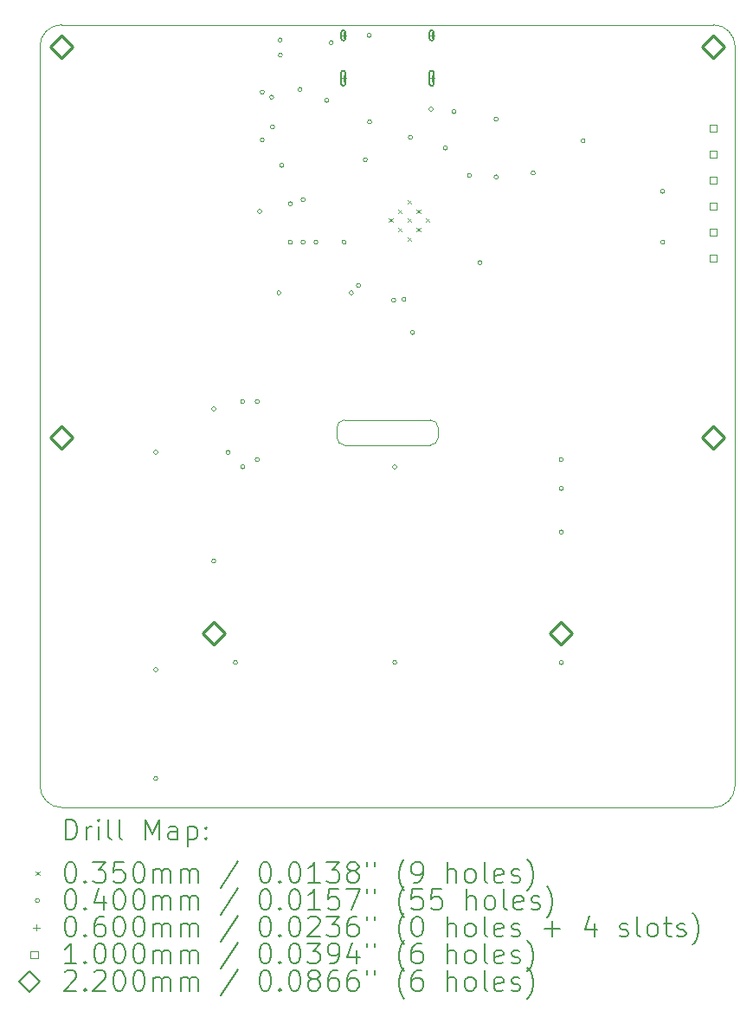
<source format=gbr>
%FSLAX45Y45*%
G04 Gerber Fmt 4.5, Leading zero omitted, Abs format (unit mm)*
G04 Created by KiCad (PCBNEW (6.0.4-0)) date 2023-04-02 18:55:56*
%MOMM*%
%LPD*%
G01*
G04 APERTURE LIST*
%TA.AperFunction,Profile*%
%ADD10C,0.100000*%
%TD*%
%ADD11C,0.200000*%
%ADD12C,0.035000*%
%ADD13C,0.040000*%
%ADD14C,0.060000*%
%ADD15C,0.100000*%
%ADD16C,0.220000*%
G04 APERTURE END LIST*
D10*
X1274999Y-8712496D02*
G75*
G03*
X1487499Y-8924996I212500J0D01*
G01*
X7862496Y-8924996D02*
G75*
G03*
X8074996Y-8712496I0J212500D01*
G01*
X8074996Y-1487499D02*
G75*
G03*
X7862496Y-1274999I-212500J0D01*
G01*
X1487499Y-1274999D02*
G75*
G03*
X1274999Y-1487499I0J-212500D01*
G01*
X8074996Y-8712496D02*
X8074996Y-1487499D01*
X4179165Y-5308331D02*
G75*
G03*
X4254165Y-5383331I75000J0D01*
G01*
X1487499Y-1274999D02*
X7862496Y-1274999D01*
X1487499Y-8924996D02*
X7862496Y-8924996D01*
X5095831Y-5383331D02*
G75*
G03*
X5170831Y-5308331I0J75000D01*
G01*
X5170831Y-5212500D02*
G75*
G03*
X5095831Y-5137500I-75000J0D01*
G01*
X4179165Y-5308331D02*
X4179165Y-5212500D01*
X4254165Y-5137500D02*
X5095831Y-5137500D01*
X1274999Y-1487499D02*
X1274999Y-8712496D01*
X4254165Y-5137500D02*
G75*
G03*
X4179165Y-5212500I0J-75000D01*
G01*
X5095831Y-5383331D02*
X4254165Y-5383331D01*
X5170831Y-5308331D02*
X5170831Y-5212500D01*
D11*
D12*
X4689686Y-3169998D02*
X4724686Y-3204998D01*
X4724686Y-3169998D02*
X4689686Y-3204998D01*
X4779842Y-3079842D02*
X4814842Y-3114842D01*
X4814842Y-3079842D02*
X4779842Y-3114842D01*
X4779842Y-3260155D02*
X4814842Y-3295155D01*
X4814842Y-3260155D02*
X4779842Y-3295155D01*
X4869998Y-2989686D02*
X4904998Y-3024686D01*
X4904998Y-2989686D02*
X4869998Y-3024686D01*
X4869998Y-3169998D02*
X4904998Y-3204998D01*
X4904998Y-3169998D02*
X4869998Y-3204998D01*
X4869998Y-3350311D02*
X4904998Y-3385311D01*
X4904998Y-3350311D02*
X4869998Y-3385311D01*
X4960154Y-3079842D02*
X4995154Y-3114842D01*
X4995154Y-3079842D02*
X4960154Y-3114842D01*
X4960154Y-3260155D02*
X4995154Y-3295155D01*
X4995154Y-3260155D02*
X4960154Y-3295155D01*
X5050310Y-3169998D02*
X5085310Y-3204998D01*
X5085310Y-3169998D02*
X5050310Y-3204998D01*
D13*
X2428332Y-7579163D02*
G75*
G03*
X2428332Y-7579163I-20000J0D01*
G01*
X2428332Y-8641663D02*
G75*
G03*
X2428332Y-8641663I-20000J0D01*
G01*
X2428481Y-5454313D02*
G75*
G03*
X2428481Y-5454313I-20000J0D01*
G01*
X2994999Y-5029164D02*
G75*
G03*
X2994999Y-5029164I-20000J0D01*
G01*
X2994999Y-6516664D02*
G75*
G03*
X2994999Y-6516664I-20000J0D01*
G01*
X3136665Y-5454164D02*
G75*
G03*
X3136665Y-5454164I-20000J0D01*
G01*
X3207498Y-7508330D02*
G75*
G03*
X3207498Y-7508330I-20000J0D01*
G01*
X3278332Y-4958331D02*
G75*
G03*
X3278332Y-4958331I-20000J0D01*
G01*
X3278332Y-5595831D02*
G75*
G03*
X3278332Y-5595831I-20000J0D01*
G01*
X3419998Y-4958331D02*
G75*
G03*
X3419998Y-4958331I-20000J0D01*
G01*
X3419998Y-5524997D02*
G75*
G03*
X3419998Y-5524997I-20000J0D01*
G01*
X3445000Y-3100000D02*
G75*
G03*
X3445000Y-3100000I-20000J0D01*
G01*
X3470000Y-1933331D02*
G75*
G03*
X3470000Y-1933331I-20000J0D01*
G01*
X3470000Y-2400000D02*
G75*
G03*
X3470000Y-2400000I-20000J0D01*
G01*
X3561665Y-1983332D02*
G75*
G03*
X3561665Y-1983332I-20000J0D01*
G01*
X3569999Y-2275000D02*
G75*
G03*
X3569999Y-2275000I-20000J0D01*
G01*
X3632498Y-3895831D02*
G75*
G03*
X3632498Y-3895831I-20000J0D01*
G01*
X3645000Y-1425000D02*
G75*
G03*
X3645000Y-1425000I-20000J0D01*
G01*
X3647500Y-1572500D02*
G75*
G03*
X3647500Y-1572500I-20000J0D01*
G01*
X3661736Y-2649395D02*
G75*
G03*
X3661736Y-2649395I-20000J0D01*
G01*
X3745000Y-3025000D02*
G75*
G03*
X3745000Y-3025000I-20000J0D01*
G01*
X3745000Y-3400000D02*
G75*
G03*
X3745000Y-3400000I-20000J0D01*
G01*
X3839749Y-1907250D02*
G75*
G03*
X3839749Y-1907250I-20000J0D01*
G01*
X3870000Y-2986671D02*
G75*
G03*
X3870000Y-2986671I-20000J0D01*
G01*
X3870000Y-3400000D02*
G75*
G03*
X3870000Y-3400000I-20000J0D01*
G01*
X3995000Y-3400000D02*
G75*
G03*
X3995000Y-3400000I-20000J0D01*
G01*
X4101952Y-2014786D02*
G75*
G03*
X4101952Y-2014786I-20000J0D01*
G01*
X4145000Y-1450000D02*
G75*
G03*
X4145000Y-1450000I-20000J0D01*
G01*
X4269998Y-3399998D02*
G75*
G03*
X4269998Y-3399998I-20000J0D01*
G01*
X4340831Y-3895831D02*
G75*
G03*
X4340831Y-3895831I-20000J0D01*
G01*
X4411665Y-3824998D02*
G75*
G03*
X4411665Y-3824998I-20000J0D01*
G01*
X4477792Y-2595010D02*
G75*
G03*
X4477792Y-2595010I-20000J0D01*
G01*
X4515001Y-1379999D02*
G75*
G03*
X4515001Y-1379999I-20000J0D01*
G01*
X4520000Y-2225000D02*
G75*
G03*
X4520000Y-2225000I-20000J0D01*
G01*
X4755328Y-3967450D02*
G75*
G03*
X4755328Y-3967450I-20000J0D01*
G01*
X4765831Y-5595831D02*
G75*
G03*
X4765831Y-5595831I-20000J0D01*
G01*
X4765831Y-7508330D02*
G75*
G03*
X4765831Y-7508330I-20000J0D01*
G01*
X4855000Y-3960000D02*
G75*
G03*
X4855000Y-3960000I-20000J0D01*
G01*
X4920000Y-2375000D02*
G75*
G03*
X4920000Y-2375000I-20000J0D01*
G01*
X4940041Y-4282541D02*
G75*
G03*
X4940041Y-4282541I-20000J0D01*
G01*
X5120000Y-2100000D02*
G75*
G03*
X5120000Y-2100000I-20000J0D01*
G01*
X5261664Y-2479166D02*
G75*
G03*
X5261664Y-2479166I-20000J0D01*
G01*
X5345000Y-2125000D02*
G75*
G03*
X5345000Y-2125000I-20000J0D01*
G01*
X5497381Y-2747619D02*
G75*
G03*
X5497381Y-2747619I-20000J0D01*
G01*
X5600000Y-3600950D02*
G75*
G03*
X5600000Y-3600950I-20000J0D01*
G01*
X5757497Y-2195832D02*
G75*
G03*
X5757497Y-2195832I-20000J0D01*
G01*
X5757497Y-2762499D02*
G75*
G03*
X5757497Y-2762499I-20000J0D01*
G01*
X6120000Y-2725000D02*
G75*
G03*
X6120000Y-2725000I-20000J0D01*
G01*
X6394997Y-5524997D02*
G75*
G03*
X6394997Y-5524997I-20000J0D01*
G01*
X6394997Y-5808331D02*
G75*
G03*
X6394997Y-5808331I-20000J0D01*
G01*
X6394997Y-6233330D02*
G75*
G03*
X6394997Y-6233330I-20000J0D01*
G01*
X6394997Y-7508330D02*
G75*
G03*
X6394997Y-7508330I-20000J0D01*
G01*
X6607497Y-2408332D02*
G75*
G03*
X6607497Y-2408332I-20000J0D01*
G01*
X7386663Y-2904165D02*
G75*
G03*
X7386663Y-2904165I-20000J0D01*
G01*
X7386663Y-3399998D02*
G75*
G03*
X7386663Y-3399998I-20000J0D01*
G01*
D14*
X4242998Y-1349999D02*
X4242998Y-1409999D01*
X4212998Y-1379999D02*
X4272998Y-1379999D01*
D11*
X4262998Y-1409999D02*
X4262998Y-1349999D01*
X4222998Y-1409999D02*
X4222998Y-1349999D01*
X4262998Y-1349999D02*
G75*
G03*
X4222998Y-1349999I-20000J0D01*
G01*
X4222998Y-1409999D02*
G75*
G03*
X4262998Y-1409999I20000J0D01*
G01*
D14*
X4242998Y-1767999D02*
X4242998Y-1827999D01*
X4212998Y-1797999D02*
X4272998Y-1797999D01*
D11*
X4262998Y-1852999D02*
X4262998Y-1742999D01*
X4222998Y-1852999D02*
X4222998Y-1742999D01*
X4262998Y-1742999D02*
G75*
G03*
X4222998Y-1742999I-20000J0D01*
G01*
X4222998Y-1852999D02*
G75*
G03*
X4262998Y-1852999I20000J0D01*
G01*
D14*
X5106998Y-1349999D02*
X5106998Y-1409999D01*
X5076998Y-1379999D02*
X5136998Y-1379999D01*
D11*
X5126998Y-1409999D02*
X5126998Y-1349999D01*
X5086998Y-1409999D02*
X5086998Y-1349999D01*
X5126998Y-1349999D02*
G75*
G03*
X5086998Y-1349999I-20000J0D01*
G01*
X5086998Y-1409999D02*
G75*
G03*
X5126998Y-1409999I20000J0D01*
G01*
D14*
X5106998Y-1767999D02*
X5106998Y-1827999D01*
X5076998Y-1797999D02*
X5136998Y-1797999D01*
D11*
X5126998Y-1852999D02*
X5126998Y-1742999D01*
X5086998Y-1852999D02*
X5086998Y-1742999D01*
X5126998Y-1742999D02*
G75*
G03*
X5086998Y-1742999I-20000J0D01*
G01*
X5086998Y-1852999D02*
G75*
G03*
X5126998Y-1852999I20000J0D01*
G01*
D15*
X7897852Y-2319188D02*
X7897852Y-2248476D01*
X7827141Y-2248476D01*
X7827141Y-2319188D01*
X7897852Y-2319188D01*
X7897852Y-2573188D02*
X7897852Y-2502476D01*
X7827141Y-2502476D01*
X7827141Y-2573188D01*
X7897852Y-2573188D01*
X7897852Y-2827188D02*
X7897852Y-2756476D01*
X7827141Y-2756476D01*
X7827141Y-2827188D01*
X7897852Y-2827188D01*
X7897852Y-3081188D02*
X7897852Y-3010476D01*
X7827141Y-3010476D01*
X7827141Y-3081188D01*
X7897852Y-3081188D01*
X7897852Y-3335188D02*
X7897852Y-3264476D01*
X7827141Y-3264476D01*
X7827141Y-3335188D01*
X7897852Y-3335188D01*
X7897852Y-3589188D02*
X7897852Y-3518476D01*
X7827141Y-3518476D01*
X7827141Y-3589188D01*
X7897852Y-3589188D01*
D16*
X1487499Y-1597499D02*
X1597499Y-1487499D01*
X1487499Y-1377499D01*
X1377499Y-1487499D01*
X1487499Y-1597499D01*
X1487499Y-5422498D02*
X1597499Y-5312498D01*
X1487499Y-5202498D01*
X1377499Y-5312498D01*
X1487499Y-5422498D01*
X2974999Y-7334997D02*
X3084999Y-7224997D01*
X2974999Y-7114997D01*
X2864999Y-7224997D01*
X2974999Y-7334997D01*
X6374997Y-7334997D02*
X6484997Y-7224997D01*
X6374997Y-7114997D01*
X6264997Y-7224997D01*
X6374997Y-7334997D01*
X7862496Y-1597499D02*
X7972496Y-1487499D01*
X7862496Y-1377499D01*
X7752496Y-1487499D01*
X7862496Y-1597499D01*
X7862496Y-5422498D02*
X7972496Y-5312498D01*
X7862496Y-5202498D01*
X7752496Y-5312498D01*
X7862496Y-5422498D01*
D11*
X1527618Y-9240472D02*
X1527618Y-9040472D01*
X1575237Y-9040472D01*
X1603809Y-9049996D01*
X1622856Y-9069043D01*
X1632380Y-9088091D01*
X1641904Y-9126186D01*
X1641904Y-9154758D01*
X1632380Y-9192853D01*
X1622856Y-9211901D01*
X1603809Y-9230948D01*
X1575237Y-9240472D01*
X1527618Y-9240472D01*
X1727618Y-9240472D02*
X1727618Y-9107139D01*
X1727618Y-9145234D02*
X1737142Y-9126186D01*
X1746666Y-9116662D01*
X1765714Y-9107139D01*
X1784761Y-9107139D01*
X1851428Y-9240472D02*
X1851428Y-9107139D01*
X1851428Y-9040472D02*
X1841904Y-9049996D01*
X1851428Y-9059520D01*
X1860952Y-9049996D01*
X1851428Y-9040472D01*
X1851428Y-9059520D01*
X1975237Y-9240472D02*
X1956190Y-9230948D01*
X1946666Y-9211901D01*
X1946666Y-9040472D01*
X2079999Y-9240472D02*
X2060952Y-9230948D01*
X2051428Y-9211901D01*
X2051428Y-9040472D01*
X2308571Y-9240472D02*
X2308571Y-9040472D01*
X2375237Y-9183329D01*
X2441904Y-9040472D01*
X2441904Y-9240472D01*
X2622857Y-9240472D02*
X2622857Y-9135710D01*
X2613333Y-9116662D01*
X2594285Y-9107139D01*
X2556190Y-9107139D01*
X2537142Y-9116662D01*
X2622857Y-9230948D02*
X2603809Y-9240472D01*
X2556190Y-9240472D01*
X2537142Y-9230948D01*
X2527618Y-9211901D01*
X2527618Y-9192853D01*
X2537142Y-9173805D01*
X2556190Y-9164282D01*
X2603809Y-9164282D01*
X2622857Y-9154758D01*
X2718095Y-9107139D02*
X2718095Y-9307139D01*
X2718095Y-9116662D02*
X2737142Y-9107139D01*
X2775237Y-9107139D01*
X2794285Y-9116662D01*
X2803809Y-9126186D01*
X2813333Y-9145234D01*
X2813333Y-9202377D01*
X2803809Y-9221424D01*
X2794285Y-9230948D01*
X2775237Y-9240472D01*
X2737142Y-9240472D01*
X2718095Y-9230948D01*
X2899047Y-9221424D02*
X2908571Y-9230948D01*
X2899047Y-9240472D01*
X2889523Y-9230948D01*
X2899047Y-9221424D01*
X2899047Y-9240472D01*
X2899047Y-9116662D02*
X2908571Y-9126186D01*
X2899047Y-9135710D01*
X2889523Y-9126186D01*
X2899047Y-9116662D01*
X2899047Y-9135710D01*
D12*
X1234999Y-9552496D02*
X1269999Y-9587496D01*
X1269999Y-9552496D02*
X1234999Y-9587496D01*
D11*
X1565714Y-9460472D02*
X1584761Y-9460472D01*
X1603809Y-9469996D01*
X1613333Y-9479520D01*
X1622856Y-9498567D01*
X1632380Y-9536662D01*
X1632380Y-9584282D01*
X1622856Y-9622377D01*
X1613333Y-9641424D01*
X1603809Y-9650948D01*
X1584761Y-9660472D01*
X1565714Y-9660472D01*
X1546666Y-9650948D01*
X1537142Y-9641424D01*
X1527618Y-9622377D01*
X1518095Y-9584282D01*
X1518095Y-9536662D01*
X1527618Y-9498567D01*
X1537142Y-9479520D01*
X1546666Y-9469996D01*
X1565714Y-9460472D01*
X1718095Y-9641424D02*
X1727618Y-9650948D01*
X1718095Y-9660472D01*
X1708571Y-9650948D01*
X1718095Y-9641424D01*
X1718095Y-9660472D01*
X1794285Y-9460472D02*
X1918095Y-9460472D01*
X1851428Y-9536662D01*
X1879999Y-9536662D01*
X1899047Y-9546186D01*
X1908571Y-9555710D01*
X1918095Y-9574758D01*
X1918095Y-9622377D01*
X1908571Y-9641424D01*
X1899047Y-9650948D01*
X1879999Y-9660472D01*
X1822856Y-9660472D01*
X1803809Y-9650948D01*
X1794285Y-9641424D01*
X2099047Y-9460472D02*
X2003809Y-9460472D01*
X1994285Y-9555710D01*
X2003809Y-9546186D01*
X2022856Y-9536662D01*
X2070475Y-9536662D01*
X2089523Y-9546186D01*
X2099047Y-9555710D01*
X2108571Y-9574758D01*
X2108571Y-9622377D01*
X2099047Y-9641424D01*
X2089523Y-9650948D01*
X2070475Y-9660472D01*
X2022856Y-9660472D01*
X2003809Y-9650948D01*
X1994285Y-9641424D01*
X2232380Y-9460472D02*
X2251428Y-9460472D01*
X2270476Y-9469996D01*
X2279999Y-9479520D01*
X2289523Y-9498567D01*
X2299047Y-9536662D01*
X2299047Y-9584282D01*
X2289523Y-9622377D01*
X2279999Y-9641424D01*
X2270476Y-9650948D01*
X2251428Y-9660472D01*
X2232380Y-9660472D01*
X2213333Y-9650948D01*
X2203809Y-9641424D01*
X2194285Y-9622377D01*
X2184761Y-9584282D01*
X2184761Y-9536662D01*
X2194285Y-9498567D01*
X2203809Y-9479520D01*
X2213333Y-9469996D01*
X2232380Y-9460472D01*
X2384761Y-9660472D02*
X2384761Y-9527139D01*
X2384761Y-9546186D02*
X2394285Y-9536662D01*
X2413333Y-9527139D01*
X2441904Y-9527139D01*
X2460952Y-9536662D01*
X2470476Y-9555710D01*
X2470476Y-9660472D01*
X2470476Y-9555710D02*
X2479999Y-9536662D01*
X2499047Y-9527139D01*
X2527618Y-9527139D01*
X2546666Y-9536662D01*
X2556190Y-9555710D01*
X2556190Y-9660472D01*
X2651428Y-9660472D02*
X2651428Y-9527139D01*
X2651428Y-9546186D02*
X2660952Y-9536662D01*
X2679999Y-9527139D01*
X2708571Y-9527139D01*
X2727618Y-9536662D01*
X2737142Y-9555710D01*
X2737142Y-9660472D01*
X2737142Y-9555710D02*
X2746666Y-9536662D01*
X2765714Y-9527139D01*
X2794285Y-9527139D01*
X2813333Y-9536662D01*
X2822856Y-9555710D01*
X2822856Y-9660472D01*
X3213333Y-9450948D02*
X3041904Y-9708091D01*
X3470475Y-9460472D02*
X3489523Y-9460472D01*
X3508571Y-9469996D01*
X3518095Y-9479520D01*
X3527618Y-9498567D01*
X3537142Y-9536662D01*
X3537142Y-9584282D01*
X3527618Y-9622377D01*
X3518095Y-9641424D01*
X3508571Y-9650948D01*
X3489523Y-9660472D01*
X3470475Y-9660472D01*
X3451428Y-9650948D01*
X3441904Y-9641424D01*
X3432380Y-9622377D01*
X3422856Y-9584282D01*
X3422856Y-9536662D01*
X3432380Y-9498567D01*
X3441904Y-9479520D01*
X3451428Y-9469996D01*
X3470475Y-9460472D01*
X3622856Y-9641424D02*
X3632380Y-9650948D01*
X3622856Y-9660472D01*
X3613333Y-9650948D01*
X3622856Y-9641424D01*
X3622856Y-9660472D01*
X3756190Y-9460472D02*
X3775237Y-9460472D01*
X3794285Y-9469996D01*
X3803809Y-9479520D01*
X3813333Y-9498567D01*
X3822856Y-9536662D01*
X3822856Y-9584282D01*
X3813333Y-9622377D01*
X3803809Y-9641424D01*
X3794285Y-9650948D01*
X3775237Y-9660472D01*
X3756190Y-9660472D01*
X3737142Y-9650948D01*
X3727618Y-9641424D01*
X3718095Y-9622377D01*
X3708571Y-9584282D01*
X3708571Y-9536662D01*
X3718095Y-9498567D01*
X3727618Y-9479520D01*
X3737142Y-9469996D01*
X3756190Y-9460472D01*
X4013333Y-9660472D02*
X3899047Y-9660472D01*
X3956190Y-9660472D02*
X3956190Y-9460472D01*
X3937142Y-9489043D01*
X3918095Y-9508091D01*
X3899047Y-9517615D01*
X4079999Y-9460472D02*
X4203809Y-9460472D01*
X4137142Y-9536662D01*
X4165714Y-9536662D01*
X4184761Y-9546186D01*
X4194285Y-9555710D01*
X4203809Y-9574758D01*
X4203809Y-9622377D01*
X4194285Y-9641424D01*
X4184761Y-9650948D01*
X4165714Y-9660472D01*
X4108571Y-9660472D01*
X4089523Y-9650948D01*
X4079999Y-9641424D01*
X4318095Y-9546186D02*
X4299047Y-9536662D01*
X4289523Y-9527139D01*
X4279999Y-9508091D01*
X4279999Y-9498567D01*
X4289523Y-9479520D01*
X4299047Y-9469996D01*
X4318095Y-9460472D01*
X4356190Y-9460472D01*
X4375237Y-9469996D01*
X4384761Y-9479520D01*
X4394285Y-9498567D01*
X4394285Y-9508091D01*
X4384761Y-9527139D01*
X4375237Y-9536662D01*
X4356190Y-9546186D01*
X4318095Y-9546186D01*
X4299047Y-9555710D01*
X4289523Y-9565234D01*
X4279999Y-9584282D01*
X4279999Y-9622377D01*
X4289523Y-9641424D01*
X4299047Y-9650948D01*
X4318095Y-9660472D01*
X4356190Y-9660472D01*
X4375237Y-9650948D01*
X4384761Y-9641424D01*
X4394285Y-9622377D01*
X4394285Y-9584282D01*
X4384761Y-9565234D01*
X4375237Y-9555710D01*
X4356190Y-9546186D01*
X4470476Y-9460472D02*
X4470476Y-9498567D01*
X4546666Y-9460472D02*
X4546666Y-9498567D01*
X4841904Y-9736662D02*
X4832380Y-9727139D01*
X4813333Y-9698567D01*
X4803809Y-9679520D01*
X4794285Y-9650948D01*
X4784761Y-9603329D01*
X4784761Y-9565234D01*
X4794285Y-9517615D01*
X4803809Y-9489043D01*
X4813333Y-9469996D01*
X4832380Y-9441424D01*
X4841904Y-9431901D01*
X4927618Y-9660472D02*
X4965714Y-9660472D01*
X4984761Y-9650948D01*
X4994285Y-9641424D01*
X5013333Y-9612853D01*
X5022857Y-9574758D01*
X5022857Y-9498567D01*
X5013333Y-9479520D01*
X5003809Y-9469996D01*
X4984761Y-9460472D01*
X4946666Y-9460472D01*
X4927618Y-9469996D01*
X4918095Y-9479520D01*
X4908571Y-9498567D01*
X4908571Y-9546186D01*
X4918095Y-9565234D01*
X4927618Y-9574758D01*
X4946666Y-9584282D01*
X4984761Y-9584282D01*
X5003809Y-9574758D01*
X5013333Y-9565234D01*
X5022857Y-9546186D01*
X5260952Y-9660472D02*
X5260952Y-9460472D01*
X5346666Y-9660472D02*
X5346666Y-9555710D01*
X5337142Y-9536662D01*
X5318095Y-9527139D01*
X5289523Y-9527139D01*
X5270476Y-9536662D01*
X5260952Y-9546186D01*
X5470476Y-9660472D02*
X5451428Y-9650948D01*
X5441904Y-9641424D01*
X5432380Y-9622377D01*
X5432380Y-9565234D01*
X5441904Y-9546186D01*
X5451428Y-9536662D01*
X5470476Y-9527139D01*
X5499047Y-9527139D01*
X5518095Y-9536662D01*
X5527618Y-9546186D01*
X5537142Y-9565234D01*
X5537142Y-9622377D01*
X5527618Y-9641424D01*
X5518095Y-9650948D01*
X5499047Y-9660472D01*
X5470476Y-9660472D01*
X5651428Y-9660472D02*
X5632380Y-9650948D01*
X5622856Y-9631901D01*
X5622856Y-9460472D01*
X5803809Y-9650948D02*
X5784761Y-9660472D01*
X5746666Y-9660472D01*
X5727618Y-9650948D01*
X5718095Y-9631901D01*
X5718095Y-9555710D01*
X5727618Y-9536662D01*
X5746666Y-9527139D01*
X5784761Y-9527139D01*
X5803809Y-9536662D01*
X5813333Y-9555710D01*
X5813333Y-9574758D01*
X5718095Y-9593805D01*
X5889523Y-9650948D02*
X5908571Y-9660472D01*
X5946666Y-9660472D01*
X5965714Y-9650948D01*
X5975237Y-9631901D01*
X5975237Y-9622377D01*
X5965714Y-9603329D01*
X5946666Y-9593805D01*
X5918095Y-9593805D01*
X5899047Y-9584282D01*
X5889523Y-9565234D01*
X5889523Y-9555710D01*
X5899047Y-9536662D01*
X5918095Y-9527139D01*
X5946666Y-9527139D01*
X5965714Y-9536662D01*
X6041904Y-9736662D02*
X6051428Y-9727139D01*
X6070475Y-9698567D01*
X6079999Y-9679520D01*
X6089523Y-9650948D01*
X6099047Y-9603329D01*
X6099047Y-9565234D01*
X6089523Y-9517615D01*
X6079999Y-9489043D01*
X6070475Y-9469996D01*
X6051428Y-9441424D01*
X6041904Y-9431901D01*
D13*
X1269999Y-9833996D02*
G75*
G03*
X1269999Y-9833996I-20000J0D01*
G01*
D11*
X1565714Y-9724472D02*
X1584761Y-9724472D01*
X1603809Y-9733996D01*
X1613333Y-9743520D01*
X1622856Y-9762567D01*
X1632380Y-9800662D01*
X1632380Y-9848282D01*
X1622856Y-9886377D01*
X1613333Y-9905424D01*
X1603809Y-9914948D01*
X1584761Y-9924472D01*
X1565714Y-9924472D01*
X1546666Y-9914948D01*
X1537142Y-9905424D01*
X1527618Y-9886377D01*
X1518095Y-9848282D01*
X1518095Y-9800662D01*
X1527618Y-9762567D01*
X1537142Y-9743520D01*
X1546666Y-9733996D01*
X1565714Y-9724472D01*
X1718095Y-9905424D02*
X1727618Y-9914948D01*
X1718095Y-9924472D01*
X1708571Y-9914948D01*
X1718095Y-9905424D01*
X1718095Y-9924472D01*
X1899047Y-9791139D02*
X1899047Y-9924472D01*
X1851428Y-9714948D02*
X1803809Y-9857805D01*
X1927618Y-9857805D01*
X2041904Y-9724472D02*
X2060952Y-9724472D01*
X2079999Y-9733996D01*
X2089523Y-9743520D01*
X2099047Y-9762567D01*
X2108571Y-9800662D01*
X2108571Y-9848282D01*
X2099047Y-9886377D01*
X2089523Y-9905424D01*
X2079999Y-9914948D01*
X2060952Y-9924472D01*
X2041904Y-9924472D01*
X2022856Y-9914948D01*
X2013333Y-9905424D01*
X2003809Y-9886377D01*
X1994285Y-9848282D01*
X1994285Y-9800662D01*
X2003809Y-9762567D01*
X2013333Y-9743520D01*
X2022856Y-9733996D01*
X2041904Y-9724472D01*
X2232380Y-9724472D02*
X2251428Y-9724472D01*
X2270476Y-9733996D01*
X2279999Y-9743520D01*
X2289523Y-9762567D01*
X2299047Y-9800662D01*
X2299047Y-9848282D01*
X2289523Y-9886377D01*
X2279999Y-9905424D01*
X2270476Y-9914948D01*
X2251428Y-9924472D01*
X2232380Y-9924472D01*
X2213333Y-9914948D01*
X2203809Y-9905424D01*
X2194285Y-9886377D01*
X2184761Y-9848282D01*
X2184761Y-9800662D01*
X2194285Y-9762567D01*
X2203809Y-9743520D01*
X2213333Y-9733996D01*
X2232380Y-9724472D01*
X2384761Y-9924472D02*
X2384761Y-9791139D01*
X2384761Y-9810186D02*
X2394285Y-9800662D01*
X2413333Y-9791139D01*
X2441904Y-9791139D01*
X2460952Y-9800662D01*
X2470476Y-9819710D01*
X2470476Y-9924472D01*
X2470476Y-9819710D02*
X2479999Y-9800662D01*
X2499047Y-9791139D01*
X2527618Y-9791139D01*
X2546666Y-9800662D01*
X2556190Y-9819710D01*
X2556190Y-9924472D01*
X2651428Y-9924472D02*
X2651428Y-9791139D01*
X2651428Y-9810186D02*
X2660952Y-9800662D01*
X2679999Y-9791139D01*
X2708571Y-9791139D01*
X2727618Y-9800662D01*
X2737142Y-9819710D01*
X2737142Y-9924472D01*
X2737142Y-9819710D02*
X2746666Y-9800662D01*
X2765714Y-9791139D01*
X2794285Y-9791139D01*
X2813333Y-9800662D01*
X2822856Y-9819710D01*
X2822856Y-9924472D01*
X3213333Y-9714948D02*
X3041904Y-9972091D01*
X3470475Y-9724472D02*
X3489523Y-9724472D01*
X3508571Y-9733996D01*
X3518095Y-9743520D01*
X3527618Y-9762567D01*
X3537142Y-9800662D01*
X3537142Y-9848282D01*
X3527618Y-9886377D01*
X3518095Y-9905424D01*
X3508571Y-9914948D01*
X3489523Y-9924472D01*
X3470475Y-9924472D01*
X3451428Y-9914948D01*
X3441904Y-9905424D01*
X3432380Y-9886377D01*
X3422856Y-9848282D01*
X3422856Y-9800662D01*
X3432380Y-9762567D01*
X3441904Y-9743520D01*
X3451428Y-9733996D01*
X3470475Y-9724472D01*
X3622856Y-9905424D02*
X3632380Y-9914948D01*
X3622856Y-9924472D01*
X3613333Y-9914948D01*
X3622856Y-9905424D01*
X3622856Y-9924472D01*
X3756190Y-9724472D02*
X3775237Y-9724472D01*
X3794285Y-9733996D01*
X3803809Y-9743520D01*
X3813333Y-9762567D01*
X3822856Y-9800662D01*
X3822856Y-9848282D01*
X3813333Y-9886377D01*
X3803809Y-9905424D01*
X3794285Y-9914948D01*
X3775237Y-9924472D01*
X3756190Y-9924472D01*
X3737142Y-9914948D01*
X3727618Y-9905424D01*
X3718095Y-9886377D01*
X3708571Y-9848282D01*
X3708571Y-9800662D01*
X3718095Y-9762567D01*
X3727618Y-9743520D01*
X3737142Y-9733996D01*
X3756190Y-9724472D01*
X4013333Y-9924472D02*
X3899047Y-9924472D01*
X3956190Y-9924472D02*
X3956190Y-9724472D01*
X3937142Y-9753043D01*
X3918095Y-9772091D01*
X3899047Y-9781615D01*
X4194285Y-9724472D02*
X4099047Y-9724472D01*
X4089523Y-9819710D01*
X4099047Y-9810186D01*
X4118095Y-9800662D01*
X4165714Y-9800662D01*
X4184761Y-9810186D01*
X4194285Y-9819710D01*
X4203809Y-9838758D01*
X4203809Y-9886377D01*
X4194285Y-9905424D01*
X4184761Y-9914948D01*
X4165714Y-9924472D01*
X4118095Y-9924472D01*
X4099047Y-9914948D01*
X4089523Y-9905424D01*
X4270476Y-9724472D02*
X4403809Y-9724472D01*
X4318095Y-9924472D01*
X4470476Y-9724472D02*
X4470476Y-9762567D01*
X4546666Y-9724472D02*
X4546666Y-9762567D01*
X4841904Y-10000662D02*
X4832380Y-9991139D01*
X4813333Y-9962567D01*
X4803809Y-9943520D01*
X4794285Y-9914948D01*
X4784761Y-9867329D01*
X4784761Y-9829234D01*
X4794285Y-9781615D01*
X4803809Y-9753043D01*
X4813333Y-9733996D01*
X4832380Y-9705424D01*
X4841904Y-9695901D01*
X5013333Y-9724472D02*
X4918095Y-9724472D01*
X4908571Y-9819710D01*
X4918095Y-9810186D01*
X4937142Y-9800662D01*
X4984761Y-9800662D01*
X5003809Y-9810186D01*
X5013333Y-9819710D01*
X5022857Y-9838758D01*
X5022857Y-9886377D01*
X5013333Y-9905424D01*
X5003809Y-9914948D01*
X4984761Y-9924472D01*
X4937142Y-9924472D01*
X4918095Y-9914948D01*
X4908571Y-9905424D01*
X5203809Y-9724472D02*
X5108571Y-9724472D01*
X5099047Y-9819710D01*
X5108571Y-9810186D01*
X5127618Y-9800662D01*
X5175237Y-9800662D01*
X5194285Y-9810186D01*
X5203809Y-9819710D01*
X5213333Y-9838758D01*
X5213333Y-9886377D01*
X5203809Y-9905424D01*
X5194285Y-9914948D01*
X5175237Y-9924472D01*
X5127618Y-9924472D01*
X5108571Y-9914948D01*
X5099047Y-9905424D01*
X5451428Y-9924472D02*
X5451428Y-9724472D01*
X5537142Y-9924472D02*
X5537142Y-9819710D01*
X5527618Y-9800662D01*
X5508571Y-9791139D01*
X5479999Y-9791139D01*
X5460952Y-9800662D01*
X5451428Y-9810186D01*
X5660952Y-9924472D02*
X5641904Y-9914948D01*
X5632380Y-9905424D01*
X5622856Y-9886377D01*
X5622856Y-9829234D01*
X5632380Y-9810186D01*
X5641904Y-9800662D01*
X5660952Y-9791139D01*
X5689523Y-9791139D01*
X5708571Y-9800662D01*
X5718095Y-9810186D01*
X5727618Y-9829234D01*
X5727618Y-9886377D01*
X5718095Y-9905424D01*
X5708571Y-9914948D01*
X5689523Y-9924472D01*
X5660952Y-9924472D01*
X5841904Y-9924472D02*
X5822856Y-9914948D01*
X5813333Y-9895901D01*
X5813333Y-9724472D01*
X5994285Y-9914948D02*
X5975237Y-9924472D01*
X5937142Y-9924472D01*
X5918095Y-9914948D01*
X5908571Y-9895901D01*
X5908571Y-9819710D01*
X5918095Y-9800662D01*
X5937142Y-9791139D01*
X5975237Y-9791139D01*
X5994285Y-9800662D01*
X6003809Y-9819710D01*
X6003809Y-9838758D01*
X5908571Y-9857805D01*
X6079999Y-9914948D02*
X6099047Y-9924472D01*
X6137142Y-9924472D01*
X6156190Y-9914948D01*
X6165714Y-9895901D01*
X6165714Y-9886377D01*
X6156190Y-9867329D01*
X6137142Y-9857805D01*
X6108571Y-9857805D01*
X6089523Y-9848282D01*
X6079999Y-9829234D01*
X6079999Y-9819710D01*
X6089523Y-9800662D01*
X6108571Y-9791139D01*
X6137142Y-9791139D01*
X6156190Y-9800662D01*
X6232380Y-10000662D02*
X6241904Y-9991139D01*
X6260952Y-9962567D01*
X6270475Y-9943520D01*
X6279999Y-9914948D01*
X6289523Y-9867329D01*
X6289523Y-9829234D01*
X6279999Y-9781615D01*
X6270475Y-9753043D01*
X6260952Y-9733996D01*
X6241904Y-9705424D01*
X6232380Y-9695901D01*
D14*
X1239999Y-10067996D02*
X1239999Y-10127996D01*
X1209999Y-10097996D02*
X1269999Y-10097996D01*
D11*
X1565714Y-9988472D02*
X1584761Y-9988472D01*
X1603809Y-9997996D01*
X1613333Y-10007520D01*
X1622856Y-10026567D01*
X1632380Y-10064662D01*
X1632380Y-10112282D01*
X1622856Y-10150377D01*
X1613333Y-10169424D01*
X1603809Y-10178948D01*
X1584761Y-10188472D01*
X1565714Y-10188472D01*
X1546666Y-10178948D01*
X1537142Y-10169424D01*
X1527618Y-10150377D01*
X1518095Y-10112282D01*
X1518095Y-10064662D01*
X1527618Y-10026567D01*
X1537142Y-10007520D01*
X1546666Y-9997996D01*
X1565714Y-9988472D01*
X1718095Y-10169424D02*
X1727618Y-10178948D01*
X1718095Y-10188472D01*
X1708571Y-10178948D01*
X1718095Y-10169424D01*
X1718095Y-10188472D01*
X1899047Y-9988472D02*
X1860952Y-9988472D01*
X1841904Y-9997996D01*
X1832380Y-10007520D01*
X1813333Y-10036091D01*
X1803809Y-10074186D01*
X1803809Y-10150377D01*
X1813333Y-10169424D01*
X1822856Y-10178948D01*
X1841904Y-10188472D01*
X1879999Y-10188472D01*
X1899047Y-10178948D01*
X1908571Y-10169424D01*
X1918095Y-10150377D01*
X1918095Y-10102758D01*
X1908571Y-10083710D01*
X1899047Y-10074186D01*
X1879999Y-10064662D01*
X1841904Y-10064662D01*
X1822856Y-10074186D01*
X1813333Y-10083710D01*
X1803809Y-10102758D01*
X2041904Y-9988472D02*
X2060952Y-9988472D01*
X2079999Y-9997996D01*
X2089523Y-10007520D01*
X2099047Y-10026567D01*
X2108571Y-10064662D01*
X2108571Y-10112282D01*
X2099047Y-10150377D01*
X2089523Y-10169424D01*
X2079999Y-10178948D01*
X2060952Y-10188472D01*
X2041904Y-10188472D01*
X2022856Y-10178948D01*
X2013333Y-10169424D01*
X2003809Y-10150377D01*
X1994285Y-10112282D01*
X1994285Y-10064662D01*
X2003809Y-10026567D01*
X2013333Y-10007520D01*
X2022856Y-9997996D01*
X2041904Y-9988472D01*
X2232380Y-9988472D02*
X2251428Y-9988472D01*
X2270476Y-9997996D01*
X2279999Y-10007520D01*
X2289523Y-10026567D01*
X2299047Y-10064662D01*
X2299047Y-10112282D01*
X2289523Y-10150377D01*
X2279999Y-10169424D01*
X2270476Y-10178948D01*
X2251428Y-10188472D01*
X2232380Y-10188472D01*
X2213333Y-10178948D01*
X2203809Y-10169424D01*
X2194285Y-10150377D01*
X2184761Y-10112282D01*
X2184761Y-10064662D01*
X2194285Y-10026567D01*
X2203809Y-10007520D01*
X2213333Y-9997996D01*
X2232380Y-9988472D01*
X2384761Y-10188472D02*
X2384761Y-10055139D01*
X2384761Y-10074186D02*
X2394285Y-10064662D01*
X2413333Y-10055139D01*
X2441904Y-10055139D01*
X2460952Y-10064662D01*
X2470476Y-10083710D01*
X2470476Y-10188472D01*
X2470476Y-10083710D02*
X2479999Y-10064662D01*
X2499047Y-10055139D01*
X2527618Y-10055139D01*
X2546666Y-10064662D01*
X2556190Y-10083710D01*
X2556190Y-10188472D01*
X2651428Y-10188472D02*
X2651428Y-10055139D01*
X2651428Y-10074186D02*
X2660952Y-10064662D01*
X2679999Y-10055139D01*
X2708571Y-10055139D01*
X2727618Y-10064662D01*
X2737142Y-10083710D01*
X2737142Y-10188472D01*
X2737142Y-10083710D02*
X2746666Y-10064662D01*
X2765714Y-10055139D01*
X2794285Y-10055139D01*
X2813333Y-10064662D01*
X2822856Y-10083710D01*
X2822856Y-10188472D01*
X3213333Y-9978948D02*
X3041904Y-10236091D01*
X3470475Y-9988472D02*
X3489523Y-9988472D01*
X3508571Y-9997996D01*
X3518095Y-10007520D01*
X3527618Y-10026567D01*
X3537142Y-10064662D01*
X3537142Y-10112282D01*
X3527618Y-10150377D01*
X3518095Y-10169424D01*
X3508571Y-10178948D01*
X3489523Y-10188472D01*
X3470475Y-10188472D01*
X3451428Y-10178948D01*
X3441904Y-10169424D01*
X3432380Y-10150377D01*
X3422856Y-10112282D01*
X3422856Y-10064662D01*
X3432380Y-10026567D01*
X3441904Y-10007520D01*
X3451428Y-9997996D01*
X3470475Y-9988472D01*
X3622856Y-10169424D02*
X3632380Y-10178948D01*
X3622856Y-10188472D01*
X3613333Y-10178948D01*
X3622856Y-10169424D01*
X3622856Y-10188472D01*
X3756190Y-9988472D02*
X3775237Y-9988472D01*
X3794285Y-9997996D01*
X3803809Y-10007520D01*
X3813333Y-10026567D01*
X3822856Y-10064662D01*
X3822856Y-10112282D01*
X3813333Y-10150377D01*
X3803809Y-10169424D01*
X3794285Y-10178948D01*
X3775237Y-10188472D01*
X3756190Y-10188472D01*
X3737142Y-10178948D01*
X3727618Y-10169424D01*
X3718095Y-10150377D01*
X3708571Y-10112282D01*
X3708571Y-10064662D01*
X3718095Y-10026567D01*
X3727618Y-10007520D01*
X3737142Y-9997996D01*
X3756190Y-9988472D01*
X3899047Y-10007520D02*
X3908571Y-9997996D01*
X3927618Y-9988472D01*
X3975237Y-9988472D01*
X3994285Y-9997996D01*
X4003809Y-10007520D01*
X4013333Y-10026567D01*
X4013333Y-10045615D01*
X4003809Y-10074186D01*
X3889523Y-10188472D01*
X4013333Y-10188472D01*
X4079999Y-9988472D02*
X4203809Y-9988472D01*
X4137142Y-10064662D01*
X4165714Y-10064662D01*
X4184761Y-10074186D01*
X4194285Y-10083710D01*
X4203809Y-10102758D01*
X4203809Y-10150377D01*
X4194285Y-10169424D01*
X4184761Y-10178948D01*
X4165714Y-10188472D01*
X4108571Y-10188472D01*
X4089523Y-10178948D01*
X4079999Y-10169424D01*
X4375237Y-9988472D02*
X4337142Y-9988472D01*
X4318095Y-9997996D01*
X4308571Y-10007520D01*
X4289523Y-10036091D01*
X4279999Y-10074186D01*
X4279999Y-10150377D01*
X4289523Y-10169424D01*
X4299047Y-10178948D01*
X4318095Y-10188472D01*
X4356190Y-10188472D01*
X4375237Y-10178948D01*
X4384761Y-10169424D01*
X4394285Y-10150377D01*
X4394285Y-10102758D01*
X4384761Y-10083710D01*
X4375237Y-10074186D01*
X4356190Y-10064662D01*
X4318095Y-10064662D01*
X4299047Y-10074186D01*
X4289523Y-10083710D01*
X4279999Y-10102758D01*
X4470476Y-9988472D02*
X4470476Y-10026567D01*
X4546666Y-9988472D02*
X4546666Y-10026567D01*
X4841904Y-10264662D02*
X4832380Y-10255139D01*
X4813333Y-10226567D01*
X4803809Y-10207520D01*
X4794285Y-10178948D01*
X4784761Y-10131329D01*
X4784761Y-10093234D01*
X4794285Y-10045615D01*
X4803809Y-10017043D01*
X4813333Y-9997996D01*
X4832380Y-9969424D01*
X4841904Y-9959901D01*
X4956190Y-9988472D02*
X4975237Y-9988472D01*
X4994285Y-9997996D01*
X5003809Y-10007520D01*
X5013333Y-10026567D01*
X5022857Y-10064662D01*
X5022857Y-10112282D01*
X5013333Y-10150377D01*
X5003809Y-10169424D01*
X4994285Y-10178948D01*
X4975237Y-10188472D01*
X4956190Y-10188472D01*
X4937142Y-10178948D01*
X4927618Y-10169424D01*
X4918095Y-10150377D01*
X4908571Y-10112282D01*
X4908571Y-10064662D01*
X4918095Y-10026567D01*
X4927618Y-10007520D01*
X4937142Y-9997996D01*
X4956190Y-9988472D01*
X5260952Y-10188472D02*
X5260952Y-9988472D01*
X5346666Y-10188472D02*
X5346666Y-10083710D01*
X5337142Y-10064662D01*
X5318095Y-10055139D01*
X5289523Y-10055139D01*
X5270476Y-10064662D01*
X5260952Y-10074186D01*
X5470476Y-10188472D02*
X5451428Y-10178948D01*
X5441904Y-10169424D01*
X5432380Y-10150377D01*
X5432380Y-10093234D01*
X5441904Y-10074186D01*
X5451428Y-10064662D01*
X5470476Y-10055139D01*
X5499047Y-10055139D01*
X5518095Y-10064662D01*
X5527618Y-10074186D01*
X5537142Y-10093234D01*
X5537142Y-10150377D01*
X5527618Y-10169424D01*
X5518095Y-10178948D01*
X5499047Y-10188472D01*
X5470476Y-10188472D01*
X5651428Y-10188472D02*
X5632380Y-10178948D01*
X5622856Y-10159901D01*
X5622856Y-9988472D01*
X5803809Y-10178948D02*
X5784761Y-10188472D01*
X5746666Y-10188472D01*
X5727618Y-10178948D01*
X5718095Y-10159901D01*
X5718095Y-10083710D01*
X5727618Y-10064662D01*
X5746666Y-10055139D01*
X5784761Y-10055139D01*
X5803809Y-10064662D01*
X5813333Y-10083710D01*
X5813333Y-10102758D01*
X5718095Y-10121805D01*
X5889523Y-10178948D02*
X5908571Y-10188472D01*
X5946666Y-10188472D01*
X5965714Y-10178948D01*
X5975237Y-10159901D01*
X5975237Y-10150377D01*
X5965714Y-10131329D01*
X5946666Y-10121805D01*
X5918095Y-10121805D01*
X5899047Y-10112282D01*
X5889523Y-10093234D01*
X5889523Y-10083710D01*
X5899047Y-10064662D01*
X5918095Y-10055139D01*
X5946666Y-10055139D01*
X5965714Y-10064662D01*
X6213333Y-10112282D02*
X6365714Y-10112282D01*
X6289523Y-10188472D02*
X6289523Y-10036091D01*
X6699047Y-10055139D02*
X6699047Y-10188472D01*
X6651428Y-9978948D02*
X6603809Y-10121805D01*
X6727618Y-10121805D01*
X6946666Y-10178948D02*
X6965714Y-10188472D01*
X7003809Y-10188472D01*
X7022856Y-10178948D01*
X7032380Y-10159901D01*
X7032380Y-10150377D01*
X7022856Y-10131329D01*
X7003809Y-10121805D01*
X6975237Y-10121805D01*
X6956190Y-10112282D01*
X6946666Y-10093234D01*
X6946666Y-10083710D01*
X6956190Y-10064662D01*
X6975237Y-10055139D01*
X7003809Y-10055139D01*
X7022856Y-10064662D01*
X7146666Y-10188472D02*
X7127618Y-10178948D01*
X7118095Y-10159901D01*
X7118095Y-9988472D01*
X7251428Y-10188472D02*
X7232380Y-10178948D01*
X7222856Y-10169424D01*
X7213333Y-10150377D01*
X7213333Y-10093234D01*
X7222856Y-10074186D01*
X7232380Y-10064662D01*
X7251428Y-10055139D01*
X7279999Y-10055139D01*
X7299047Y-10064662D01*
X7308571Y-10074186D01*
X7318095Y-10093234D01*
X7318095Y-10150377D01*
X7308571Y-10169424D01*
X7299047Y-10178948D01*
X7279999Y-10188472D01*
X7251428Y-10188472D01*
X7375237Y-10055139D02*
X7451428Y-10055139D01*
X7403809Y-9988472D02*
X7403809Y-10159901D01*
X7413333Y-10178948D01*
X7432380Y-10188472D01*
X7451428Y-10188472D01*
X7508571Y-10178948D02*
X7527618Y-10188472D01*
X7565714Y-10188472D01*
X7584761Y-10178948D01*
X7594285Y-10159901D01*
X7594285Y-10150377D01*
X7584761Y-10131329D01*
X7565714Y-10121805D01*
X7537142Y-10121805D01*
X7518095Y-10112282D01*
X7508571Y-10093234D01*
X7508571Y-10083710D01*
X7518095Y-10064662D01*
X7537142Y-10055139D01*
X7565714Y-10055139D01*
X7584761Y-10064662D01*
X7660952Y-10264662D02*
X7670475Y-10255139D01*
X7689523Y-10226567D01*
X7699047Y-10207520D01*
X7708571Y-10178948D01*
X7718095Y-10131329D01*
X7718095Y-10093234D01*
X7708571Y-10045615D01*
X7699047Y-10017043D01*
X7689523Y-9997996D01*
X7670475Y-9969424D01*
X7660952Y-9959901D01*
D15*
X1255355Y-10397352D02*
X1255355Y-10326640D01*
X1184644Y-10326640D01*
X1184644Y-10397352D01*
X1255355Y-10397352D01*
D11*
X1632380Y-10452472D02*
X1518095Y-10452472D01*
X1575237Y-10452472D02*
X1575237Y-10252472D01*
X1556190Y-10281043D01*
X1537142Y-10300091D01*
X1518095Y-10309615D01*
X1718095Y-10433424D02*
X1727618Y-10442948D01*
X1718095Y-10452472D01*
X1708571Y-10442948D01*
X1718095Y-10433424D01*
X1718095Y-10452472D01*
X1851428Y-10252472D02*
X1870475Y-10252472D01*
X1889523Y-10261996D01*
X1899047Y-10271520D01*
X1908571Y-10290567D01*
X1918095Y-10328662D01*
X1918095Y-10376282D01*
X1908571Y-10414377D01*
X1899047Y-10433424D01*
X1889523Y-10442948D01*
X1870475Y-10452472D01*
X1851428Y-10452472D01*
X1832380Y-10442948D01*
X1822856Y-10433424D01*
X1813333Y-10414377D01*
X1803809Y-10376282D01*
X1803809Y-10328662D01*
X1813333Y-10290567D01*
X1822856Y-10271520D01*
X1832380Y-10261996D01*
X1851428Y-10252472D01*
X2041904Y-10252472D02*
X2060952Y-10252472D01*
X2079999Y-10261996D01*
X2089523Y-10271520D01*
X2099047Y-10290567D01*
X2108571Y-10328662D01*
X2108571Y-10376282D01*
X2099047Y-10414377D01*
X2089523Y-10433424D01*
X2079999Y-10442948D01*
X2060952Y-10452472D01*
X2041904Y-10452472D01*
X2022856Y-10442948D01*
X2013333Y-10433424D01*
X2003809Y-10414377D01*
X1994285Y-10376282D01*
X1994285Y-10328662D01*
X2003809Y-10290567D01*
X2013333Y-10271520D01*
X2022856Y-10261996D01*
X2041904Y-10252472D01*
X2232380Y-10252472D02*
X2251428Y-10252472D01*
X2270476Y-10261996D01*
X2279999Y-10271520D01*
X2289523Y-10290567D01*
X2299047Y-10328662D01*
X2299047Y-10376282D01*
X2289523Y-10414377D01*
X2279999Y-10433424D01*
X2270476Y-10442948D01*
X2251428Y-10452472D01*
X2232380Y-10452472D01*
X2213333Y-10442948D01*
X2203809Y-10433424D01*
X2194285Y-10414377D01*
X2184761Y-10376282D01*
X2184761Y-10328662D01*
X2194285Y-10290567D01*
X2203809Y-10271520D01*
X2213333Y-10261996D01*
X2232380Y-10252472D01*
X2384761Y-10452472D02*
X2384761Y-10319139D01*
X2384761Y-10338186D02*
X2394285Y-10328662D01*
X2413333Y-10319139D01*
X2441904Y-10319139D01*
X2460952Y-10328662D01*
X2470476Y-10347710D01*
X2470476Y-10452472D01*
X2470476Y-10347710D02*
X2479999Y-10328662D01*
X2499047Y-10319139D01*
X2527618Y-10319139D01*
X2546666Y-10328662D01*
X2556190Y-10347710D01*
X2556190Y-10452472D01*
X2651428Y-10452472D02*
X2651428Y-10319139D01*
X2651428Y-10338186D02*
X2660952Y-10328662D01*
X2679999Y-10319139D01*
X2708571Y-10319139D01*
X2727618Y-10328662D01*
X2737142Y-10347710D01*
X2737142Y-10452472D01*
X2737142Y-10347710D02*
X2746666Y-10328662D01*
X2765714Y-10319139D01*
X2794285Y-10319139D01*
X2813333Y-10328662D01*
X2822856Y-10347710D01*
X2822856Y-10452472D01*
X3213333Y-10242948D02*
X3041904Y-10500091D01*
X3470475Y-10252472D02*
X3489523Y-10252472D01*
X3508571Y-10261996D01*
X3518095Y-10271520D01*
X3527618Y-10290567D01*
X3537142Y-10328662D01*
X3537142Y-10376282D01*
X3527618Y-10414377D01*
X3518095Y-10433424D01*
X3508571Y-10442948D01*
X3489523Y-10452472D01*
X3470475Y-10452472D01*
X3451428Y-10442948D01*
X3441904Y-10433424D01*
X3432380Y-10414377D01*
X3422856Y-10376282D01*
X3422856Y-10328662D01*
X3432380Y-10290567D01*
X3441904Y-10271520D01*
X3451428Y-10261996D01*
X3470475Y-10252472D01*
X3622856Y-10433424D02*
X3632380Y-10442948D01*
X3622856Y-10452472D01*
X3613333Y-10442948D01*
X3622856Y-10433424D01*
X3622856Y-10452472D01*
X3756190Y-10252472D02*
X3775237Y-10252472D01*
X3794285Y-10261996D01*
X3803809Y-10271520D01*
X3813333Y-10290567D01*
X3822856Y-10328662D01*
X3822856Y-10376282D01*
X3813333Y-10414377D01*
X3803809Y-10433424D01*
X3794285Y-10442948D01*
X3775237Y-10452472D01*
X3756190Y-10452472D01*
X3737142Y-10442948D01*
X3727618Y-10433424D01*
X3718095Y-10414377D01*
X3708571Y-10376282D01*
X3708571Y-10328662D01*
X3718095Y-10290567D01*
X3727618Y-10271520D01*
X3737142Y-10261996D01*
X3756190Y-10252472D01*
X3889523Y-10252472D02*
X4013333Y-10252472D01*
X3946666Y-10328662D01*
X3975237Y-10328662D01*
X3994285Y-10338186D01*
X4003809Y-10347710D01*
X4013333Y-10366758D01*
X4013333Y-10414377D01*
X4003809Y-10433424D01*
X3994285Y-10442948D01*
X3975237Y-10452472D01*
X3918095Y-10452472D01*
X3899047Y-10442948D01*
X3889523Y-10433424D01*
X4108571Y-10452472D02*
X4146666Y-10452472D01*
X4165714Y-10442948D01*
X4175237Y-10433424D01*
X4194285Y-10404853D01*
X4203809Y-10366758D01*
X4203809Y-10290567D01*
X4194285Y-10271520D01*
X4184761Y-10261996D01*
X4165714Y-10252472D01*
X4127618Y-10252472D01*
X4108571Y-10261996D01*
X4099047Y-10271520D01*
X4089523Y-10290567D01*
X4089523Y-10338186D01*
X4099047Y-10357234D01*
X4108571Y-10366758D01*
X4127618Y-10376282D01*
X4165714Y-10376282D01*
X4184761Y-10366758D01*
X4194285Y-10357234D01*
X4203809Y-10338186D01*
X4375237Y-10319139D02*
X4375237Y-10452472D01*
X4327618Y-10242948D02*
X4279999Y-10385805D01*
X4403809Y-10385805D01*
X4470476Y-10252472D02*
X4470476Y-10290567D01*
X4546666Y-10252472D02*
X4546666Y-10290567D01*
X4841904Y-10528662D02*
X4832380Y-10519139D01*
X4813333Y-10490567D01*
X4803809Y-10471520D01*
X4794285Y-10442948D01*
X4784761Y-10395329D01*
X4784761Y-10357234D01*
X4794285Y-10309615D01*
X4803809Y-10281043D01*
X4813333Y-10261996D01*
X4832380Y-10233424D01*
X4841904Y-10223901D01*
X5003809Y-10252472D02*
X4965714Y-10252472D01*
X4946666Y-10261996D01*
X4937142Y-10271520D01*
X4918095Y-10300091D01*
X4908571Y-10338186D01*
X4908571Y-10414377D01*
X4918095Y-10433424D01*
X4927618Y-10442948D01*
X4946666Y-10452472D01*
X4984761Y-10452472D01*
X5003809Y-10442948D01*
X5013333Y-10433424D01*
X5022857Y-10414377D01*
X5022857Y-10366758D01*
X5013333Y-10347710D01*
X5003809Y-10338186D01*
X4984761Y-10328662D01*
X4946666Y-10328662D01*
X4927618Y-10338186D01*
X4918095Y-10347710D01*
X4908571Y-10366758D01*
X5260952Y-10452472D02*
X5260952Y-10252472D01*
X5346666Y-10452472D02*
X5346666Y-10347710D01*
X5337142Y-10328662D01*
X5318095Y-10319139D01*
X5289523Y-10319139D01*
X5270476Y-10328662D01*
X5260952Y-10338186D01*
X5470476Y-10452472D02*
X5451428Y-10442948D01*
X5441904Y-10433424D01*
X5432380Y-10414377D01*
X5432380Y-10357234D01*
X5441904Y-10338186D01*
X5451428Y-10328662D01*
X5470476Y-10319139D01*
X5499047Y-10319139D01*
X5518095Y-10328662D01*
X5527618Y-10338186D01*
X5537142Y-10357234D01*
X5537142Y-10414377D01*
X5527618Y-10433424D01*
X5518095Y-10442948D01*
X5499047Y-10452472D01*
X5470476Y-10452472D01*
X5651428Y-10452472D02*
X5632380Y-10442948D01*
X5622856Y-10423901D01*
X5622856Y-10252472D01*
X5803809Y-10442948D02*
X5784761Y-10452472D01*
X5746666Y-10452472D01*
X5727618Y-10442948D01*
X5718095Y-10423901D01*
X5718095Y-10347710D01*
X5727618Y-10328662D01*
X5746666Y-10319139D01*
X5784761Y-10319139D01*
X5803809Y-10328662D01*
X5813333Y-10347710D01*
X5813333Y-10366758D01*
X5718095Y-10385805D01*
X5889523Y-10442948D02*
X5908571Y-10452472D01*
X5946666Y-10452472D01*
X5965714Y-10442948D01*
X5975237Y-10423901D01*
X5975237Y-10414377D01*
X5965714Y-10395329D01*
X5946666Y-10385805D01*
X5918095Y-10385805D01*
X5899047Y-10376282D01*
X5889523Y-10357234D01*
X5889523Y-10347710D01*
X5899047Y-10328662D01*
X5918095Y-10319139D01*
X5946666Y-10319139D01*
X5965714Y-10328662D01*
X6041904Y-10528662D02*
X6051428Y-10519139D01*
X6070475Y-10490567D01*
X6079999Y-10471520D01*
X6089523Y-10442948D01*
X6099047Y-10395329D01*
X6099047Y-10357234D01*
X6089523Y-10309615D01*
X6079999Y-10281043D01*
X6070475Y-10261996D01*
X6051428Y-10233424D01*
X6041904Y-10223901D01*
X1169999Y-10725996D02*
X1269999Y-10625996D01*
X1169999Y-10525996D01*
X1069999Y-10625996D01*
X1169999Y-10725996D01*
X1518095Y-10535520D02*
X1527618Y-10525996D01*
X1546666Y-10516472D01*
X1594285Y-10516472D01*
X1613333Y-10525996D01*
X1622856Y-10535520D01*
X1632380Y-10554567D01*
X1632380Y-10573615D01*
X1622856Y-10602186D01*
X1508571Y-10716472D01*
X1632380Y-10716472D01*
X1718095Y-10697424D02*
X1727618Y-10706948D01*
X1718095Y-10716472D01*
X1708571Y-10706948D01*
X1718095Y-10697424D01*
X1718095Y-10716472D01*
X1803809Y-10535520D02*
X1813333Y-10525996D01*
X1832380Y-10516472D01*
X1879999Y-10516472D01*
X1899047Y-10525996D01*
X1908571Y-10535520D01*
X1918095Y-10554567D01*
X1918095Y-10573615D01*
X1908571Y-10602186D01*
X1794285Y-10716472D01*
X1918095Y-10716472D01*
X2041904Y-10516472D02*
X2060952Y-10516472D01*
X2079999Y-10525996D01*
X2089523Y-10535520D01*
X2099047Y-10554567D01*
X2108571Y-10592662D01*
X2108571Y-10640282D01*
X2099047Y-10678377D01*
X2089523Y-10697424D01*
X2079999Y-10706948D01*
X2060952Y-10716472D01*
X2041904Y-10716472D01*
X2022856Y-10706948D01*
X2013333Y-10697424D01*
X2003809Y-10678377D01*
X1994285Y-10640282D01*
X1994285Y-10592662D01*
X2003809Y-10554567D01*
X2013333Y-10535520D01*
X2022856Y-10525996D01*
X2041904Y-10516472D01*
X2232380Y-10516472D02*
X2251428Y-10516472D01*
X2270476Y-10525996D01*
X2279999Y-10535520D01*
X2289523Y-10554567D01*
X2299047Y-10592662D01*
X2299047Y-10640282D01*
X2289523Y-10678377D01*
X2279999Y-10697424D01*
X2270476Y-10706948D01*
X2251428Y-10716472D01*
X2232380Y-10716472D01*
X2213333Y-10706948D01*
X2203809Y-10697424D01*
X2194285Y-10678377D01*
X2184761Y-10640282D01*
X2184761Y-10592662D01*
X2194285Y-10554567D01*
X2203809Y-10535520D01*
X2213333Y-10525996D01*
X2232380Y-10516472D01*
X2384761Y-10716472D02*
X2384761Y-10583139D01*
X2384761Y-10602186D02*
X2394285Y-10592662D01*
X2413333Y-10583139D01*
X2441904Y-10583139D01*
X2460952Y-10592662D01*
X2470476Y-10611710D01*
X2470476Y-10716472D01*
X2470476Y-10611710D02*
X2479999Y-10592662D01*
X2499047Y-10583139D01*
X2527618Y-10583139D01*
X2546666Y-10592662D01*
X2556190Y-10611710D01*
X2556190Y-10716472D01*
X2651428Y-10716472D02*
X2651428Y-10583139D01*
X2651428Y-10602186D02*
X2660952Y-10592662D01*
X2679999Y-10583139D01*
X2708571Y-10583139D01*
X2727618Y-10592662D01*
X2737142Y-10611710D01*
X2737142Y-10716472D01*
X2737142Y-10611710D02*
X2746666Y-10592662D01*
X2765714Y-10583139D01*
X2794285Y-10583139D01*
X2813333Y-10592662D01*
X2822856Y-10611710D01*
X2822856Y-10716472D01*
X3213333Y-10506948D02*
X3041904Y-10764091D01*
X3470475Y-10516472D02*
X3489523Y-10516472D01*
X3508571Y-10525996D01*
X3518095Y-10535520D01*
X3527618Y-10554567D01*
X3537142Y-10592662D01*
X3537142Y-10640282D01*
X3527618Y-10678377D01*
X3518095Y-10697424D01*
X3508571Y-10706948D01*
X3489523Y-10716472D01*
X3470475Y-10716472D01*
X3451428Y-10706948D01*
X3441904Y-10697424D01*
X3432380Y-10678377D01*
X3422856Y-10640282D01*
X3422856Y-10592662D01*
X3432380Y-10554567D01*
X3441904Y-10535520D01*
X3451428Y-10525996D01*
X3470475Y-10516472D01*
X3622856Y-10697424D02*
X3632380Y-10706948D01*
X3622856Y-10716472D01*
X3613333Y-10706948D01*
X3622856Y-10697424D01*
X3622856Y-10716472D01*
X3756190Y-10516472D02*
X3775237Y-10516472D01*
X3794285Y-10525996D01*
X3803809Y-10535520D01*
X3813333Y-10554567D01*
X3822856Y-10592662D01*
X3822856Y-10640282D01*
X3813333Y-10678377D01*
X3803809Y-10697424D01*
X3794285Y-10706948D01*
X3775237Y-10716472D01*
X3756190Y-10716472D01*
X3737142Y-10706948D01*
X3727618Y-10697424D01*
X3718095Y-10678377D01*
X3708571Y-10640282D01*
X3708571Y-10592662D01*
X3718095Y-10554567D01*
X3727618Y-10535520D01*
X3737142Y-10525996D01*
X3756190Y-10516472D01*
X3937142Y-10602186D02*
X3918095Y-10592662D01*
X3908571Y-10583139D01*
X3899047Y-10564091D01*
X3899047Y-10554567D01*
X3908571Y-10535520D01*
X3918095Y-10525996D01*
X3937142Y-10516472D01*
X3975237Y-10516472D01*
X3994285Y-10525996D01*
X4003809Y-10535520D01*
X4013333Y-10554567D01*
X4013333Y-10564091D01*
X4003809Y-10583139D01*
X3994285Y-10592662D01*
X3975237Y-10602186D01*
X3937142Y-10602186D01*
X3918095Y-10611710D01*
X3908571Y-10621234D01*
X3899047Y-10640282D01*
X3899047Y-10678377D01*
X3908571Y-10697424D01*
X3918095Y-10706948D01*
X3937142Y-10716472D01*
X3975237Y-10716472D01*
X3994285Y-10706948D01*
X4003809Y-10697424D01*
X4013333Y-10678377D01*
X4013333Y-10640282D01*
X4003809Y-10621234D01*
X3994285Y-10611710D01*
X3975237Y-10602186D01*
X4184761Y-10516472D02*
X4146666Y-10516472D01*
X4127618Y-10525996D01*
X4118095Y-10535520D01*
X4099047Y-10564091D01*
X4089523Y-10602186D01*
X4089523Y-10678377D01*
X4099047Y-10697424D01*
X4108571Y-10706948D01*
X4127618Y-10716472D01*
X4165714Y-10716472D01*
X4184761Y-10706948D01*
X4194285Y-10697424D01*
X4203809Y-10678377D01*
X4203809Y-10630758D01*
X4194285Y-10611710D01*
X4184761Y-10602186D01*
X4165714Y-10592662D01*
X4127618Y-10592662D01*
X4108571Y-10602186D01*
X4099047Y-10611710D01*
X4089523Y-10630758D01*
X4375237Y-10516472D02*
X4337142Y-10516472D01*
X4318095Y-10525996D01*
X4308571Y-10535520D01*
X4289523Y-10564091D01*
X4279999Y-10602186D01*
X4279999Y-10678377D01*
X4289523Y-10697424D01*
X4299047Y-10706948D01*
X4318095Y-10716472D01*
X4356190Y-10716472D01*
X4375237Y-10706948D01*
X4384761Y-10697424D01*
X4394285Y-10678377D01*
X4394285Y-10630758D01*
X4384761Y-10611710D01*
X4375237Y-10602186D01*
X4356190Y-10592662D01*
X4318095Y-10592662D01*
X4299047Y-10602186D01*
X4289523Y-10611710D01*
X4279999Y-10630758D01*
X4470476Y-10516472D02*
X4470476Y-10554567D01*
X4546666Y-10516472D02*
X4546666Y-10554567D01*
X4841904Y-10792662D02*
X4832380Y-10783139D01*
X4813333Y-10754567D01*
X4803809Y-10735520D01*
X4794285Y-10706948D01*
X4784761Y-10659329D01*
X4784761Y-10621234D01*
X4794285Y-10573615D01*
X4803809Y-10545043D01*
X4813333Y-10525996D01*
X4832380Y-10497424D01*
X4841904Y-10487901D01*
X5003809Y-10516472D02*
X4965714Y-10516472D01*
X4946666Y-10525996D01*
X4937142Y-10535520D01*
X4918095Y-10564091D01*
X4908571Y-10602186D01*
X4908571Y-10678377D01*
X4918095Y-10697424D01*
X4927618Y-10706948D01*
X4946666Y-10716472D01*
X4984761Y-10716472D01*
X5003809Y-10706948D01*
X5013333Y-10697424D01*
X5022857Y-10678377D01*
X5022857Y-10630758D01*
X5013333Y-10611710D01*
X5003809Y-10602186D01*
X4984761Y-10592662D01*
X4946666Y-10592662D01*
X4927618Y-10602186D01*
X4918095Y-10611710D01*
X4908571Y-10630758D01*
X5260952Y-10716472D02*
X5260952Y-10516472D01*
X5346666Y-10716472D02*
X5346666Y-10611710D01*
X5337142Y-10592662D01*
X5318095Y-10583139D01*
X5289523Y-10583139D01*
X5270476Y-10592662D01*
X5260952Y-10602186D01*
X5470476Y-10716472D02*
X5451428Y-10706948D01*
X5441904Y-10697424D01*
X5432380Y-10678377D01*
X5432380Y-10621234D01*
X5441904Y-10602186D01*
X5451428Y-10592662D01*
X5470476Y-10583139D01*
X5499047Y-10583139D01*
X5518095Y-10592662D01*
X5527618Y-10602186D01*
X5537142Y-10621234D01*
X5537142Y-10678377D01*
X5527618Y-10697424D01*
X5518095Y-10706948D01*
X5499047Y-10716472D01*
X5470476Y-10716472D01*
X5651428Y-10716472D02*
X5632380Y-10706948D01*
X5622856Y-10687901D01*
X5622856Y-10516472D01*
X5803809Y-10706948D02*
X5784761Y-10716472D01*
X5746666Y-10716472D01*
X5727618Y-10706948D01*
X5718095Y-10687901D01*
X5718095Y-10611710D01*
X5727618Y-10592662D01*
X5746666Y-10583139D01*
X5784761Y-10583139D01*
X5803809Y-10592662D01*
X5813333Y-10611710D01*
X5813333Y-10630758D01*
X5718095Y-10649805D01*
X5889523Y-10706948D02*
X5908571Y-10716472D01*
X5946666Y-10716472D01*
X5965714Y-10706948D01*
X5975237Y-10687901D01*
X5975237Y-10678377D01*
X5965714Y-10659329D01*
X5946666Y-10649805D01*
X5918095Y-10649805D01*
X5899047Y-10640282D01*
X5889523Y-10621234D01*
X5889523Y-10611710D01*
X5899047Y-10592662D01*
X5918095Y-10583139D01*
X5946666Y-10583139D01*
X5965714Y-10592662D01*
X6041904Y-10792662D02*
X6051428Y-10783139D01*
X6070475Y-10754567D01*
X6079999Y-10735520D01*
X6089523Y-10706948D01*
X6099047Y-10659329D01*
X6099047Y-10621234D01*
X6089523Y-10573615D01*
X6079999Y-10545043D01*
X6070475Y-10525996D01*
X6051428Y-10497424D01*
X6041904Y-10487901D01*
M02*

</source>
